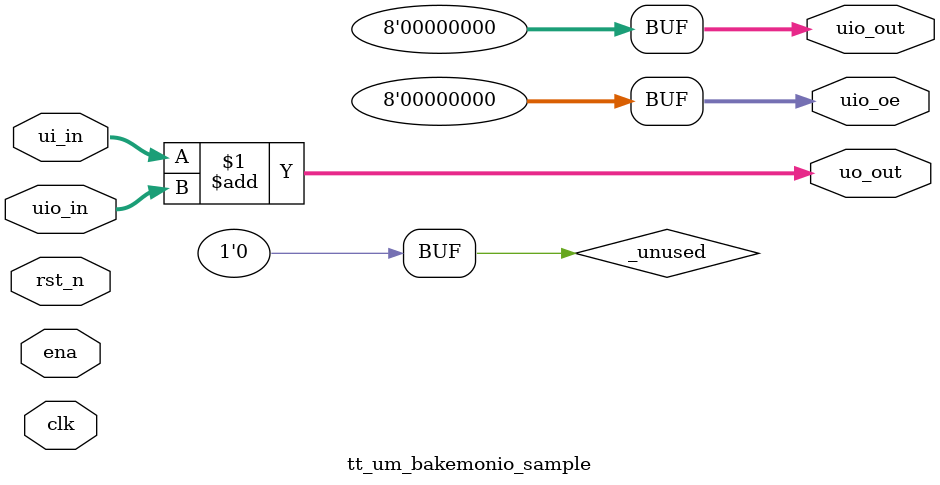
<source format=v>
/*
 * Copyright (c) 2024 Your Name
 * SPDX-License-Identifier: Apache-2.0
 */

`default_nettype none

module tt_um_bakemonio_sample (
    input  wire [7:0] ui_in,    // Dedicated inputs
    output wire [7:0] uo_out,   // Dedicated outputs
    input  wire [7:0] uio_in,   // IOs: Input path
    output wire [7:0] uio_out,  // IOs: Output path
    output wire [7:0] uio_oe,   // IOs: Enable path (active high: 0=input, 1=output)
    input  wire       ena,      // always 1 when the design is powered, so you can ignore it
    input  wire       clk,      // clock
    input  wire       rst_n     // reset_n - low to reset
);

  // Pin definitions:
  // ui_in[7:0]  : Input A (A7-A0)
  // uio_in[7:0] : Input B (B7-B0) - bidirectional pins used as input
  // uo_out[7:0] : Sum output (SUM7-SUM0) = A + B

  // All output pins must be assigned. If not used, assign to 0.
  assign uo_out  = ui_in + uio_in;  // 8-bit adder: SUM = A + B
  assign uio_out = 0;                // uio pins are used as input only
  assign uio_oe  = 0;                // Set to 0 to use uio pins as input (0=input, 1=output)

  // List all unused inputs to prevent warnings
  wire _unused = &{ena, clk, rst_n, 1'b0};

endmodule

</source>
